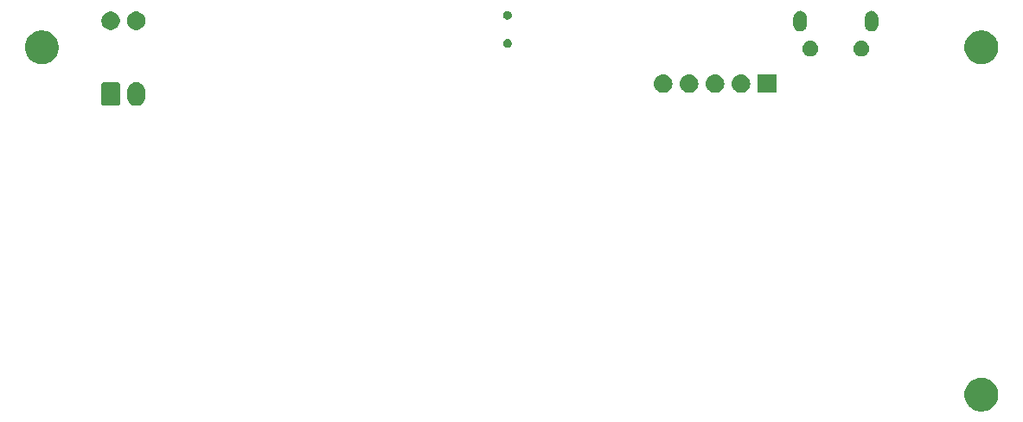
<source format=gbr>
G04 #@! TF.GenerationSoftware,KiCad,Pcbnew,(5.1.4)-1*
G04 #@! TF.CreationDate,2021-06-27T14:54:53-05:00*
G04 #@! TF.ProjectId,NevermoreController,4e657665-726d-46f7-9265-436f6e74726f,rev?*
G04 #@! TF.SameCoordinates,Original*
G04 #@! TF.FileFunction,Soldermask,Bot*
G04 #@! TF.FilePolarity,Negative*
%FSLAX46Y46*%
G04 Gerber Fmt 4.6, Leading zero omitted, Abs format (unit mm)*
G04 Created by KiCad (PCBNEW (5.1.4)-1) date 2021-06-27 14:54:53*
%MOMM*%
%LPD*%
G04 APERTURE LIST*
%ADD10C,0.100000*%
G04 APERTURE END LIST*
D10*
G36*
X196375256Y-112391298D02*
G01*
X196481579Y-112412447D01*
X196782042Y-112536903D01*
X197052451Y-112717585D01*
X197282415Y-112947549D01*
X197463097Y-113217958D01*
X197587553Y-113518421D01*
X197651000Y-113837391D01*
X197651000Y-114162609D01*
X197587553Y-114481579D01*
X197463097Y-114782042D01*
X197282415Y-115052451D01*
X197052451Y-115282415D01*
X196782042Y-115463097D01*
X196481579Y-115587553D01*
X196375256Y-115608702D01*
X196162611Y-115651000D01*
X195837389Y-115651000D01*
X195624744Y-115608702D01*
X195518421Y-115587553D01*
X195217958Y-115463097D01*
X194947549Y-115282415D01*
X194717585Y-115052451D01*
X194536903Y-114782042D01*
X194412447Y-114481579D01*
X194349000Y-114162609D01*
X194349000Y-113837391D01*
X194412447Y-113518421D01*
X194536903Y-113217958D01*
X194717585Y-112947549D01*
X194947549Y-112717585D01*
X195217958Y-112536903D01*
X195518421Y-112412447D01*
X195624744Y-112391298D01*
X195837389Y-112349000D01*
X196162611Y-112349000D01*
X196375256Y-112391298D01*
X196375256Y-112391298D01*
G37*
G36*
X113420626Y-83442037D02*
G01*
X113590465Y-83493557D01*
X113590467Y-83493558D01*
X113746989Y-83577221D01*
X113884186Y-83689814D01*
X113967448Y-83791271D01*
X113996778Y-83827009D01*
X114080443Y-83983534D01*
X114131963Y-84153373D01*
X114145000Y-84285742D01*
X114145000Y-84874258D01*
X114131963Y-85006627D01*
X114080443Y-85176466D01*
X113996778Y-85332991D01*
X113967448Y-85368729D01*
X113884186Y-85470186D01*
X113789250Y-85548097D01*
X113746991Y-85582778D01*
X113590466Y-85666443D01*
X113420627Y-85717963D01*
X113244000Y-85735359D01*
X113067374Y-85717963D01*
X112897535Y-85666443D01*
X112741010Y-85582778D01*
X112698751Y-85548097D01*
X112603815Y-85470186D01*
X112491223Y-85332991D01*
X112407557Y-85176466D01*
X112356037Y-85006627D01*
X112343000Y-84874258D01*
X112343000Y-84285743D01*
X112356037Y-84153374D01*
X112407557Y-83983535D01*
X112491222Y-83827010D01*
X112491223Y-83827009D01*
X112603814Y-83689814D01*
X112705271Y-83606552D01*
X112741009Y-83577222D01*
X112897534Y-83493557D01*
X113067373Y-83442037D01*
X113244000Y-83424641D01*
X113420626Y-83442037D01*
X113420626Y-83442037D01*
G37*
G36*
X111502600Y-83432989D02*
G01*
X111535652Y-83443015D01*
X111566103Y-83459292D01*
X111592799Y-83481201D01*
X111614708Y-83507897D01*
X111630985Y-83538348D01*
X111641011Y-83571400D01*
X111645000Y-83611903D01*
X111645000Y-85548097D01*
X111641011Y-85588600D01*
X111630985Y-85621652D01*
X111614708Y-85652103D01*
X111592799Y-85678799D01*
X111566103Y-85700708D01*
X111535652Y-85716985D01*
X111502600Y-85727011D01*
X111462097Y-85731000D01*
X110025903Y-85731000D01*
X109985400Y-85727011D01*
X109952348Y-85716985D01*
X109921897Y-85700708D01*
X109895201Y-85678799D01*
X109873292Y-85652103D01*
X109857015Y-85621652D01*
X109846989Y-85588600D01*
X109843000Y-85548097D01*
X109843000Y-83611903D01*
X109846989Y-83571400D01*
X109857015Y-83538348D01*
X109873292Y-83507897D01*
X109895201Y-83481201D01*
X109921897Y-83459292D01*
X109952348Y-83443015D01*
X109985400Y-83432989D01*
X110025903Y-83429000D01*
X111462097Y-83429000D01*
X111502600Y-83432989D01*
X111502600Y-83432989D01*
G37*
G36*
X167496442Y-82671518D02*
G01*
X167562627Y-82678037D01*
X167732466Y-82729557D01*
X167888991Y-82813222D01*
X167924729Y-82842552D01*
X168026186Y-82925814D01*
X168109448Y-83027271D01*
X168138778Y-83063009D01*
X168222443Y-83219534D01*
X168273963Y-83389373D01*
X168291359Y-83566000D01*
X168273963Y-83742627D01*
X168222443Y-83912466D01*
X168138778Y-84068991D01*
X168109448Y-84104729D01*
X168026186Y-84206186D01*
X167929245Y-84285742D01*
X167888991Y-84318778D01*
X167732466Y-84402443D01*
X167562627Y-84453963D01*
X167496443Y-84460481D01*
X167430260Y-84467000D01*
X167341740Y-84467000D01*
X167275557Y-84460481D01*
X167209373Y-84453963D01*
X167039534Y-84402443D01*
X166883009Y-84318778D01*
X166842755Y-84285742D01*
X166745814Y-84206186D01*
X166662552Y-84104729D01*
X166633222Y-84068991D01*
X166549557Y-83912466D01*
X166498037Y-83742627D01*
X166480641Y-83566000D01*
X166498037Y-83389373D01*
X166549557Y-83219534D01*
X166633222Y-83063009D01*
X166662552Y-83027271D01*
X166745814Y-82925814D01*
X166847271Y-82842552D01*
X166883009Y-82813222D01*
X167039534Y-82729557D01*
X167209373Y-82678037D01*
X167275558Y-82671518D01*
X167341740Y-82665000D01*
X167430260Y-82665000D01*
X167496442Y-82671518D01*
X167496442Y-82671518D01*
G37*
G36*
X175907000Y-84467000D02*
G01*
X174105000Y-84467000D01*
X174105000Y-82665000D01*
X175907000Y-82665000D01*
X175907000Y-84467000D01*
X175907000Y-84467000D01*
G37*
G36*
X172576442Y-82671518D02*
G01*
X172642627Y-82678037D01*
X172812466Y-82729557D01*
X172968991Y-82813222D01*
X173004729Y-82842552D01*
X173106186Y-82925814D01*
X173189448Y-83027271D01*
X173218778Y-83063009D01*
X173302443Y-83219534D01*
X173353963Y-83389373D01*
X173371359Y-83566000D01*
X173353963Y-83742627D01*
X173302443Y-83912466D01*
X173218778Y-84068991D01*
X173189448Y-84104729D01*
X173106186Y-84206186D01*
X173009245Y-84285742D01*
X172968991Y-84318778D01*
X172812466Y-84402443D01*
X172642627Y-84453963D01*
X172576443Y-84460481D01*
X172510260Y-84467000D01*
X172421740Y-84467000D01*
X172355557Y-84460481D01*
X172289373Y-84453963D01*
X172119534Y-84402443D01*
X171963009Y-84318778D01*
X171922755Y-84285742D01*
X171825814Y-84206186D01*
X171742552Y-84104729D01*
X171713222Y-84068991D01*
X171629557Y-83912466D01*
X171578037Y-83742627D01*
X171560641Y-83566000D01*
X171578037Y-83389373D01*
X171629557Y-83219534D01*
X171713222Y-83063009D01*
X171742552Y-83027271D01*
X171825814Y-82925814D01*
X171927271Y-82842552D01*
X171963009Y-82813222D01*
X172119534Y-82729557D01*
X172289373Y-82678037D01*
X172355558Y-82671518D01*
X172421740Y-82665000D01*
X172510260Y-82665000D01*
X172576442Y-82671518D01*
X172576442Y-82671518D01*
G37*
G36*
X170036442Y-82671518D02*
G01*
X170102627Y-82678037D01*
X170272466Y-82729557D01*
X170428991Y-82813222D01*
X170464729Y-82842552D01*
X170566186Y-82925814D01*
X170649448Y-83027271D01*
X170678778Y-83063009D01*
X170762443Y-83219534D01*
X170813963Y-83389373D01*
X170831359Y-83566000D01*
X170813963Y-83742627D01*
X170762443Y-83912466D01*
X170678778Y-84068991D01*
X170649448Y-84104729D01*
X170566186Y-84206186D01*
X170469245Y-84285742D01*
X170428991Y-84318778D01*
X170272466Y-84402443D01*
X170102627Y-84453963D01*
X170036443Y-84460481D01*
X169970260Y-84467000D01*
X169881740Y-84467000D01*
X169815557Y-84460481D01*
X169749373Y-84453963D01*
X169579534Y-84402443D01*
X169423009Y-84318778D01*
X169382755Y-84285742D01*
X169285814Y-84206186D01*
X169202552Y-84104729D01*
X169173222Y-84068991D01*
X169089557Y-83912466D01*
X169038037Y-83742627D01*
X169020641Y-83566000D01*
X169038037Y-83389373D01*
X169089557Y-83219534D01*
X169173222Y-83063009D01*
X169202552Y-83027271D01*
X169285814Y-82925814D01*
X169387271Y-82842552D01*
X169423009Y-82813222D01*
X169579534Y-82729557D01*
X169749373Y-82678037D01*
X169815558Y-82671518D01*
X169881740Y-82665000D01*
X169970260Y-82665000D01*
X170036442Y-82671518D01*
X170036442Y-82671518D01*
G37*
G36*
X164956442Y-82671518D02*
G01*
X165022627Y-82678037D01*
X165192466Y-82729557D01*
X165348991Y-82813222D01*
X165384729Y-82842552D01*
X165486186Y-82925814D01*
X165569448Y-83027271D01*
X165598778Y-83063009D01*
X165682443Y-83219534D01*
X165733963Y-83389373D01*
X165751359Y-83566000D01*
X165733963Y-83742627D01*
X165682443Y-83912466D01*
X165598778Y-84068991D01*
X165569448Y-84104729D01*
X165486186Y-84206186D01*
X165389245Y-84285742D01*
X165348991Y-84318778D01*
X165192466Y-84402443D01*
X165022627Y-84453963D01*
X164956443Y-84460481D01*
X164890260Y-84467000D01*
X164801740Y-84467000D01*
X164735557Y-84460481D01*
X164669373Y-84453963D01*
X164499534Y-84402443D01*
X164343009Y-84318778D01*
X164302755Y-84285742D01*
X164205814Y-84206186D01*
X164122552Y-84104729D01*
X164093222Y-84068991D01*
X164009557Y-83912466D01*
X163958037Y-83742627D01*
X163940641Y-83566000D01*
X163958037Y-83389373D01*
X164009557Y-83219534D01*
X164093222Y-83063009D01*
X164122552Y-83027271D01*
X164205814Y-82925814D01*
X164307271Y-82842552D01*
X164343009Y-82813222D01*
X164499534Y-82729557D01*
X164669373Y-82678037D01*
X164735558Y-82671518D01*
X164801740Y-82665000D01*
X164890260Y-82665000D01*
X164956442Y-82671518D01*
X164956442Y-82671518D01*
G37*
G36*
X104375256Y-78391298D02*
G01*
X104481579Y-78412447D01*
X104782042Y-78536903D01*
X105052451Y-78717585D01*
X105282415Y-78947549D01*
X105282416Y-78947551D01*
X105463098Y-79217960D01*
X105487182Y-79276104D01*
X105587553Y-79518421D01*
X105596827Y-79565043D01*
X105651000Y-79837389D01*
X105651000Y-80162611D01*
X105643974Y-80197931D01*
X105587553Y-80481579D01*
X105463097Y-80782042D01*
X105282415Y-81052451D01*
X105052451Y-81282415D01*
X104782042Y-81463097D01*
X104481579Y-81587553D01*
X104375256Y-81608702D01*
X104162611Y-81651000D01*
X103837389Y-81651000D01*
X103624744Y-81608702D01*
X103518421Y-81587553D01*
X103217958Y-81463097D01*
X102947549Y-81282415D01*
X102717585Y-81052451D01*
X102536903Y-80782042D01*
X102412447Y-80481579D01*
X102356026Y-80197931D01*
X102349000Y-80162611D01*
X102349000Y-79837389D01*
X102403173Y-79565043D01*
X102412447Y-79518421D01*
X102512818Y-79276104D01*
X102536902Y-79217960D01*
X102717584Y-78947551D01*
X102717585Y-78947549D01*
X102947549Y-78717585D01*
X103217958Y-78536903D01*
X103518421Y-78412447D01*
X103624744Y-78391298D01*
X103837389Y-78349000D01*
X104162611Y-78349000D01*
X104375256Y-78391298D01*
X104375256Y-78391298D01*
G37*
G36*
X196375256Y-78391298D02*
G01*
X196481579Y-78412447D01*
X196782042Y-78536903D01*
X197052451Y-78717585D01*
X197282415Y-78947549D01*
X197282416Y-78947551D01*
X197463098Y-79217960D01*
X197487182Y-79276104D01*
X197587553Y-79518421D01*
X197596827Y-79565043D01*
X197651000Y-79837389D01*
X197651000Y-80162611D01*
X197643974Y-80197931D01*
X197587553Y-80481579D01*
X197463097Y-80782042D01*
X197282415Y-81052451D01*
X197052451Y-81282415D01*
X196782042Y-81463097D01*
X196481579Y-81587553D01*
X196375256Y-81608702D01*
X196162611Y-81651000D01*
X195837389Y-81651000D01*
X195624744Y-81608702D01*
X195518421Y-81587553D01*
X195217958Y-81463097D01*
X194947549Y-81282415D01*
X194717585Y-81052451D01*
X194536903Y-80782042D01*
X194412447Y-80481579D01*
X194356026Y-80197931D01*
X194349000Y-80162611D01*
X194349000Y-79837389D01*
X194403173Y-79565043D01*
X194412447Y-79518421D01*
X194512818Y-79276104D01*
X194536902Y-79217960D01*
X194717584Y-78947551D01*
X194717585Y-78947549D01*
X194947549Y-78717585D01*
X195217958Y-78536903D01*
X195518421Y-78412447D01*
X195624744Y-78391298D01*
X195837389Y-78349000D01*
X196162611Y-78349000D01*
X196375256Y-78391298D01*
X196375256Y-78391298D01*
G37*
G36*
X184468348Y-79375320D02*
G01*
X184468350Y-79375321D01*
X184468351Y-79375321D01*
X184609574Y-79433817D01*
X184609577Y-79433819D01*
X184736669Y-79518739D01*
X184844761Y-79626831D01*
X184859545Y-79648957D01*
X184929683Y-79753926D01*
X184964254Y-79837389D01*
X184988180Y-79895152D01*
X185012343Y-80016629D01*
X185018000Y-80045071D01*
X185018000Y-80197929D01*
X184988179Y-80347851D01*
X184929683Y-80489074D01*
X184929681Y-80489077D01*
X184844761Y-80616169D01*
X184736669Y-80724261D01*
X184650196Y-80782040D01*
X184609574Y-80809183D01*
X184468351Y-80867679D01*
X184468350Y-80867679D01*
X184468348Y-80867680D01*
X184318431Y-80897500D01*
X184165569Y-80897500D01*
X184015652Y-80867680D01*
X184015650Y-80867679D01*
X184015649Y-80867679D01*
X183874426Y-80809183D01*
X183833804Y-80782040D01*
X183747331Y-80724261D01*
X183639239Y-80616169D01*
X183554319Y-80489077D01*
X183554317Y-80489074D01*
X183495821Y-80347851D01*
X183466000Y-80197929D01*
X183466000Y-80045071D01*
X183471657Y-80016629D01*
X183495820Y-79895152D01*
X183519746Y-79837389D01*
X183554317Y-79753926D01*
X183624455Y-79648957D01*
X183639239Y-79626831D01*
X183747331Y-79518739D01*
X183874423Y-79433819D01*
X183874426Y-79433817D01*
X184015649Y-79375321D01*
X184015650Y-79375321D01*
X184015652Y-79375320D01*
X184165569Y-79345500D01*
X184318431Y-79345500D01*
X184468348Y-79375320D01*
X184468348Y-79375320D01*
G37*
G36*
X179468348Y-79375320D02*
G01*
X179468350Y-79375321D01*
X179468351Y-79375321D01*
X179609574Y-79433817D01*
X179609577Y-79433819D01*
X179736669Y-79518739D01*
X179844761Y-79626831D01*
X179859545Y-79648957D01*
X179929683Y-79753926D01*
X179964254Y-79837389D01*
X179988180Y-79895152D01*
X180012343Y-80016629D01*
X180018000Y-80045071D01*
X180018000Y-80197929D01*
X179988179Y-80347851D01*
X179929683Y-80489074D01*
X179929681Y-80489077D01*
X179844761Y-80616169D01*
X179736669Y-80724261D01*
X179650196Y-80782040D01*
X179609574Y-80809183D01*
X179468351Y-80867679D01*
X179468350Y-80867679D01*
X179468348Y-80867680D01*
X179318431Y-80897500D01*
X179165569Y-80897500D01*
X179015652Y-80867680D01*
X179015650Y-80867679D01*
X179015649Y-80867679D01*
X178874426Y-80809183D01*
X178833804Y-80782040D01*
X178747331Y-80724261D01*
X178639239Y-80616169D01*
X178554319Y-80489077D01*
X178554317Y-80489074D01*
X178495821Y-80347851D01*
X178466000Y-80197929D01*
X178466000Y-80045071D01*
X178471657Y-80016629D01*
X178495820Y-79895152D01*
X178519746Y-79837389D01*
X178554317Y-79753926D01*
X178624455Y-79648957D01*
X178639239Y-79626831D01*
X178747331Y-79518739D01*
X178874423Y-79433819D01*
X178874426Y-79433817D01*
X179015649Y-79375321D01*
X179015650Y-79375321D01*
X179015652Y-79375320D01*
X179165569Y-79345500D01*
X179318431Y-79345500D01*
X179468348Y-79375320D01*
X179468348Y-79375320D01*
G37*
G36*
X149724260Y-79197371D02*
G01*
X149758071Y-79211376D01*
X149801784Y-79229482D01*
X149801787Y-79229484D01*
X149871559Y-79276104D01*
X149930896Y-79335441D01*
X149930897Y-79335443D01*
X149977518Y-79405216D01*
X149989365Y-79433819D01*
X150009629Y-79482740D01*
X150026000Y-79565043D01*
X150026000Y-79648957D01*
X150009629Y-79731260D01*
X150000240Y-79753926D01*
X149977518Y-79808784D01*
X149977516Y-79808787D01*
X149930896Y-79878559D01*
X149871559Y-79937896D01*
X149801787Y-79984516D01*
X149801784Y-79984518D01*
X149758071Y-80002624D01*
X149724260Y-80016629D01*
X149641957Y-80033000D01*
X149558043Y-80033000D01*
X149475740Y-80016629D01*
X149441929Y-80002624D01*
X149398216Y-79984518D01*
X149398213Y-79984516D01*
X149328441Y-79937896D01*
X149269104Y-79878559D01*
X149222484Y-79808787D01*
X149222482Y-79808784D01*
X149199760Y-79753926D01*
X149190371Y-79731260D01*
X149174000Y-79648957D01*
X149174000Y-79565043D01*
X149190371Y-79482740D01*
X149210635Y-79433819D01*
X149222482Y-79405216D01*
X149269103Y-79335443D01*
X149269104Y-79335441D01*
X149328441Y-79276104D01*
X149398213Y-79229484D01*
X149398216Y-79229482D01*
X149441929Y-79211376D01*
X149475740Y-79197371D01*
X149558043Y-79181000D01*
X149641957Y-79181000D01*
X149724260Y-79197371D01*
X149724260Y-79197371D01*
G37*
G36*
X178369618Y-76429920D02*
G01*
X178427149Y-76447372D01*
X178492336Y-76467146D01*
X178605425Y-76527594D01*
X178704554Y-76608946D01*
X178785906Y-76708075D01*
X178846354Y-76821164D01*
X178847714Y-76825647D01*
X178883580Y-76943882D01*
X178893000Y-77039527D01*
X178893000Y-77803473D01*
X178883580Y-77899118D01*
X178860758Y-77974353D01*
X178846354Y-78021836D01*
X178785906Y-78134925D01*
X178704554Y-78234053D01*
X178605424Y-78315406D01*
X178492335Y-78375854D01*
X178460403Y-78385540D01*
X178369617Y-78413080D01*
X178242000Y-78425649D01*
X178114382Y-78413080D01*
X178023596Y-78385540D01*
X177991664Y-78375854D01*
X177878575Y-78315406D01*
X177779447Y-78234054D01*
X177698094Y-78134924D01*
X177637646Y-78021835D01*
X177623243Y-77974353D01*
X177600420Y-77899117D01*
X177591000Y-77803472D01*
X177591000Y-77039527D01*
X177600420Y-76943882D01*
X177637645Y-76821168D01*
X177662608Y-76774466D01*
X177698095Y-76708075D01*
X177779447Y-76608946D01*
X177878576Y-76527594D01*
X177991665Y-76467146D01*
X178056852Y-76447372D01*
X178114383Y-76429920D01*
X178242000Y-76417351D01*
X178369618Y-76429920D01*
X178369618Y-76429920D01*
G37*
G36*
X185369617Y-76429920D02*
G01*
X185427148Y-76447372D01*
X185492335Y-76467146D01*
X185605424Y-76527594D01*
X185704554Y-76608947D01*
X185785906Y-76708075D01*
X185846354Y-76821164D01*
X185847714Y-76825647D01*
X185883580Y-76943882D01*
X185893000Y-77039527D01*
X185893000Y-77803473D01*
X185883580Y-77899118D01*
X185860758Y-77974353D01*
X185846354Y-78021836D01*
X185785906Y-78134925D01*
X185704554Y-78234054D01*
X185605425Y-78315406D01*
X185492336Y-78375854D01*
X185460404Y-78385540D01*
X185369618Y-78413080D01*
X185242000Y-78425649D01*
X185114383Y-78413080D01*
X185023597Y-78385540D01*
X184991665Y-78375854D01*
X184878576Y-78315406D01*
X184779447Y-78234054D01*
X184698095Y-78134925D01*
X184637648Y-78021837D01*
X184637645Y-78021832D01*
X184600420Y-77899118D01*
X184591000Y-77803473D01*
X184591000Y-77039528D01*
X184600420Y-76943883D01*
X184627960Y-76853097D01*
X184637646Y-76821165D01*
X184698094Y-76708076D01*
X184779447Y-76608946D01*
X184878575Y-76527594D01*
X184991664Y-76467146D01*
X185056851Y-76447372D01*
X185114382Y-76429920D01*
X185242000Y-76417351D01*
X185369617Y-76429920D01*
X185369617Y-76429920D01*
G37*
G36*
X110857512Y-76503927D02*
G01*
X111006812Y-76533624D01*
X111170784Y-76601544D01*
X111318354Y-76700147D01*
X111443853Y-76825646D01*
X111542456Y-76973216D01*
X111610376Y-77137188D01*
X111645000Y-77311259D01*
X111645000Y-77488741D01*
X111610376Y-77662812D01*
X111542456Y-77826784D01*
X111443853Y-77974354D01*
X111318354Y-78099853D01*
X111170784Y-78198456D01*
X111006812Y-78266376D01*
X110857512Y-78296073D01*
X110832742Y-78301000D01*
X110655258Y-78301000D01*
X110630488Y-78296073D01*
X110481188Y-78266376D01*
X110317216Y-78198456D01*
X110169646Y-78099853D01*
X110044147Y-77974354D01*
X109945544Y-77826784D01*
X109877624Y-77662812D01*
X109843000Y-77488741D01*
X109843000Y-77311259D01*
X109877624Y-77137188D01*
X109945544Y-76973216D01*
X110044147Y-76825646D01*
X110169646Y-76700147D01*
X110317216Y-76601544D01*
X110481188Y-76533624D01*
X110630488Y-76503927D01*
X110655258Y-76499000D01*
X110832742Y-76499000D01*
X110857512Y-76503927D01*
X110857512Y-76503927D01*
G37*
G36*
X113357512Y-76503927D02*
G01*
X113506812Y-76533624D01*
X113670784Y-76601544D01*
X113818354Y-76700147D01*
X113943853Y-76825646D01*
X114042456Y-76973216D01*
X114110376Y-77137188D01*
X114145000Y-77311259D01*
X114145000Y-77488741D01*
X114110376Y-77662812D01*
X114042456Y-77826784D01*
X113943853Y-77974354D01*
X113818354Y-78099853D01*
X113670784Y-78198456D01*
X113506812Y-78266376D01*
X113357512Y-78296073D01*
X113332742Y-78301000D01*
X113155258Y-78301000D01*
X113130488Y-78296073D01*
X112981188Y-78266376D01*
X112817216Y-78198456D01*
X112669646Y-78099853D01*
X112544147Y-77974354D01*
X112445544Y-77826784D01*
X112377624Y-77662812D01*
X112343000Y-77488741D01*
X112343000Y-77311259D01*
X112377624Y-77137188D01*
X112445544Y-76973216D01*
X112544147Y-76825646D01*
X112669646Y-76700147D01*
X112817216Y-76601544D01*
X112981188Y-76533624D01*
X113130488Y-76503927D01*
X113155258Y-76499000D01*
X113332742Y-76499000D01*
X113357512Y-76503927D01*
X113357512Y-76503927D01*
G37*
G36*
X149724260Y-76447371D02*
G01*
X149758071Y-76461376D01*
X149801784Y-76479482D01*
X149801787Y-76479484D01*
X149871559Y-76526104D01*
X149930896Y-76585441D01*
X149946601Y-76608946D01*
X149977518Y-76655216D01*
X149995624Y-76698929D01*
X150009629Y-76732740D01*
X150026000Y-76815043D01*
X150026000Y-76898957D01*
X150009629Y-76981260D01*
X149995624Y-77015071D01*
X149977518Y-77058784D01*
X149977516Y-77058787D01*
X149930896Y-77128559D01*
X149871559Y-77187896D01*
X149801787Y-77234516D01*
X149801784Y-77234518D01*
X149758071Y-77252624D01*
X149724260Y-77266629D01*
X149641957Y-77283000D01*
X149558043Y-77283000D01*
X149475740Y-77266629D01*
X149441929Y-77252624D01*
X149398216Y-77234518D01*
X149398213Y-77234516D01*
X149328441Y-77187896D01*
X149269104Y-77128559D01*
X149222484Y-77058787D01*
X149222482Y-77058784D01*
X149204376Y-77015071D01*
X149190371Y-76981260D01*
X149174000Y-76898957D01*
X149174000Y-76815043D01*
X149190371Y-76732740D01*
X149204376Y-76698929D01*
X149222482Y-76655216D01*
X149253399Y-76608946D01*
X149269104Y-76585441D01*
X149328441Y-76526104D01*
X149398213Y-76479484D01*
X149398216Y-76479482D01*
X149441929Y-76461376D01*
X149475740Y-76447371D01*
X149558043Y-76431000D01*
X149641957Y-76431000D01*
X149724260Y-76447371D01*
X149724260Y-76447371D01*
G37*
M02*

</source>
